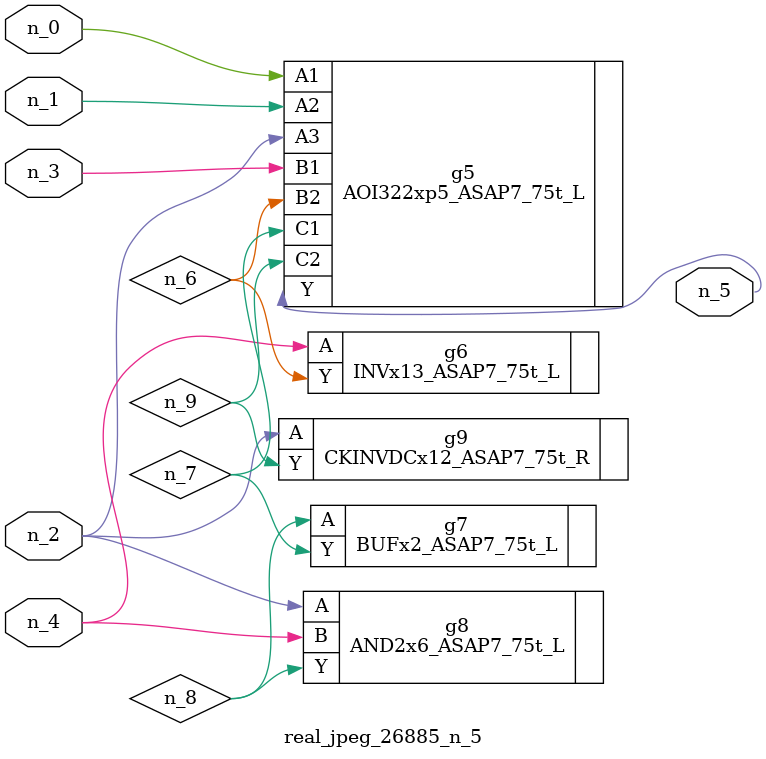
<source format=v>
module real_jpeg_26885_n_5 (n_4, n_0, n_1, n_2, n_3, n_5);

input n_4;
input n_0;
input n_1;
input n_2;
input n_3;

output n_5;

wire n_8;
wire n_6;
wire n_7;
wire n_9;

AOI322xp5_ASAP7_75t_L g5 ( 
.A1(n_0),
.A2(n_1),
.A3(n_2),
.B1(n_3),
.B2(n_6),
.C1(n_7),
.C2(n_9),
.Y(n_5)
);

AND2x6_ASAP7_75t_L g8 ( 
.A(n_2),
.B(n_4),
.Y(n_8)
);

CKINVDCx12_ASAP7_75t_R g9 ( 
.A(n_2),
.Y(n_9)
);

INVx13_ASAP7_75t_L g6 ( 
.A(n_4),
.Y(n_6)
);

BUFx2_ASAP7_75t_L g7 ( 
.A(n_8),
.Y(n_7)
);


endmodule
</source>
